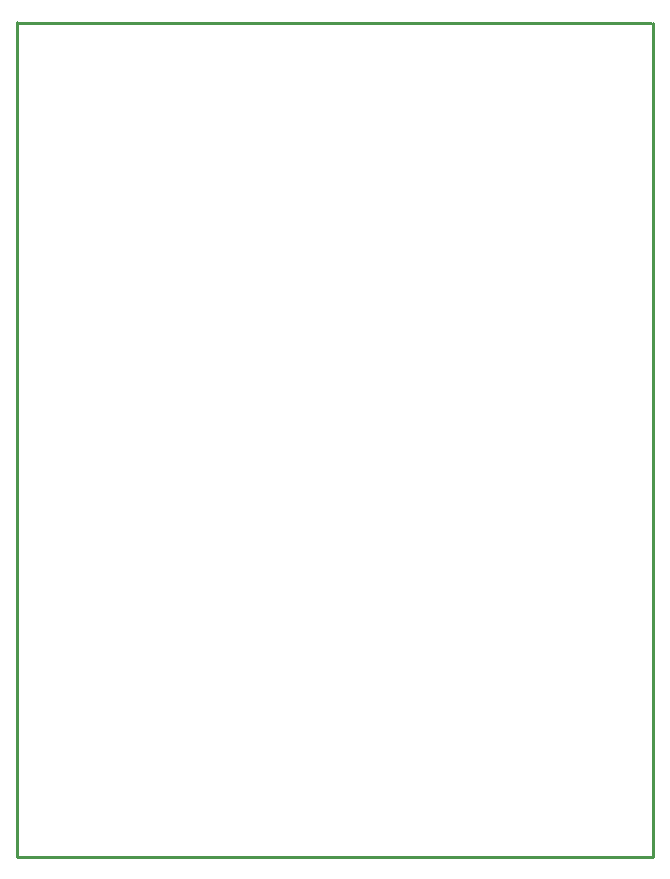
<source format=gko>
%FSLAX23Y23*%
%MOIN*%
G70*
G01*
G75*
G04 Layer_Color=16711935*
%ADD10R,0.118X0.276*%
%ADD11R,0.067X0.043*%
%ADD12R,0.039X0.051*%
%ADD13R,0.055X0.043*%
%ADD14O,0.061X0.010*%
%ADD15O,0.010X0.061*%
%ADD16R,0.043X0.055*%
%ADD17R,0.051X0.039*%
%ADD18R,0.413X0.331*%
%ADD19R,0.041X0.130*%
%ADD20R,0.041X0.150*%
%ADD21R,0.421X0.331*%
%ADD22R,0.059X0.024*%
%ADD23O,0.024X0.087*%
%ADD24C,0.020*%
%ADD25C,0.010*%
%ADD26C,0.012*%
%ADD27R,0.059X0.059*%
%ADD28C,0.059*%
%ADD29C,0.150*%
%ADD30R,0.150X0.150*%
%ADD31R,0.059X0.059*%
%ADD32C,0.051*%
%ADD33C,0.073*%
%ADD34R,0.073X0.073*%
%ADD35C,0.059*%
%ADD36O,0.079X0.157*%
%ADD37O,0.157X0.079*%
%ADD38O,0.177X0.079*%
%ADD39C,0.064*%
%ADD40C,0.130*%
%ADD41C,0.088*%
%ADD42C,0.060*%
%ADD43C,0.071*%
%ADD44R,0.071X0.071*%
%ADD45C,0.067*%
%ADD46R,0.067X0.067*%
%ADD47C,0.050*%
%ADD48C,0.008*%
%ADD49C,0.010*%
%ADD50C,0.024*%
%ADD51C,0.006*%
%ADD52R,0.126X0.284*%
%ADD53R,0.075X0.051*%
%ADD54R,0.047X0.059*%
%ADD55R,0.063X0.051*%
%ADD56O,0.069X0.018*%
%ADD57O,0.018X0.069*%
%ADD58R,0.051X0.063*%
%ADD59R,0.059X0.047*%
%ADD60R,0.421X0.339*%
%ADD61R,0.049X0.138*%
%ADD62R,0.049X0.158*%
%ADD63R,0.429X0.339*%
%ADD64R,0.067X0.032*%
%ADD65O,0.032X0.095*%
%ADD66R,0.067X0.067*%
%ADD67C,0.067*%
%ADD68C,0.158*%
%ADD69R,0.158X0.158*%
%ADD70R,0.067X0.067*%
%ADD71C,0.059*%
%ADD72C,0.081*%
%ADD73R,0.081X0.081*%
%ADD74C,0.067*%
%ADD75O,0.087X0.165*%
%ADD76O,0.165X0.087*%
%ADD77O,0.185X0.087*%
%ADD78C,0.072*%
%ADD79C,0.138*%
%ADD80C,0.096*%
%ADD81C,0.068*%
%ADD82C,0.079*%
%ADD83R,0.079X0.079*%
%ADD84C,0.075*%
%ADD85R,0.075X0.075*%
%ADD86C,0.058*%
%ADD87C,0.039*%
%ADD88C,0.001*%
%ADD89C,0.079*%
%ADD90C,0.004*%
D25*
X2050Y3850D02*
X4163D01*
X2050Y1070D02*
Y3851D01*
X4167Y1070D02*
Y3850D01*
X2050Y1070D02*
X4166D01*
M02*

</source>
